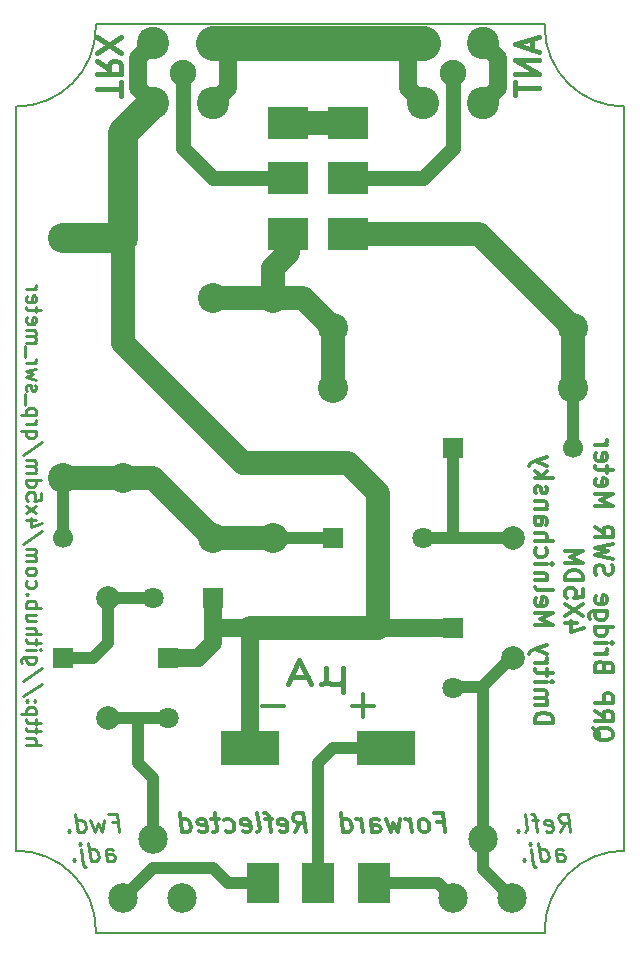
<source format=gbl>
G04 #@! TF.FileFunction,Copper,L2,Bot,Signal*
%FSLAX46Y46*%
G04 Gerber Fmt 4.6, Leading zero omitted, Abs format (unit mm)*
G04 Created by KiCad (PCBNEW 4.0.4-stable) date 09/05/16 00:54:51*
%MOMM*%
%LPD*%
G01*
G04 APERTURE LIST*
%ADD10C,0.100000*%
%ADD11C,0.300000*%
%ADD12C,0.250000*%
%ADD13C,0.150000*%
%ADD14C,0.400000*%
%ADD15R,5.000000X3.000000*%
%ADD16C,2.000000*%
%ADD17C,1.998980*%
%ADD18C,2.499360*%
%ADD19C,2.740000*%
%ADD20C,2.240000*%
%ADD21R,2.800000X3.400000*%
%ADD22R,3.400000X2.800000*%
%ADD23R,1.800000X1.800000*%
%ADD24C,1.800000*%
%ADD25C,1.699260*%
%ADD26R,1.699260X1.699260*%
%ADD27C,2.540000*%
%ADD28C,1.500000*%
%ADD29C,2.500000*%
%ADD30C,3.000000*%
%ADD31C,2.000000*%
%ADD32C,1.000000*%
%ADD33C,0.750000*%
%ADD34C,1.250000*%
G04 APERTURE END LIST*
D10*
D11*
X166828571Y-125236428D02*
X166900000Y-125379285D01*
X167042857Y-125522142D01*
X167257143Y-125736428D01*
X167328571Y-125879285D01*
X167328571Y-126022142D01*
X166971429Y-125950714D02*
X167042857Y-126093571D01*
X167185714Y-126236428D01*
X167471429Y-126307857D01*
X167971429Y-126307857D01*
X168257143Y-126236428D01*
X168400000Y-126093571D01*
X168471429Y-125950714D01*
X168471429Y-125665000D01*
X168400000Y-125522142D01*
X168257143Y-125379285D01*
X167971429Y-125307857D01*
X167471429Y-125307857D01*
X167185714Y-125379285D01*
X167042857Y-125522142D01*
X166971429Y-125665000D01*
X166971429Y-125950714D01*
X166971429Y-123807856D02*
X167685714Y-124307856D01*
X166971429Y-124664999D02*
X168471429Y-124664999D01*
X168471429Y-124093571D01*
X168400000Y-123950713D01*
X168328571Y-123879285D01*
X168185714Y-123807856D01*
X167971429Y-123807856D01*
X167828571Y-123879285D01*
X167757143Y-123950713D01*
X167685714Y-124093571D01*
X167685714Y-124664999D01*
X166971429Y-123164999D02*
X168471429Y-123164999D01*
X168471429Y-122593571D01*
X168400000Y-122450713D01*
X168328571Y-122379285D01*
X168185714Y-122307856D01*
X167971429Y-122307856D01*
X167828571Y-122379285D01*
X167757143Y-122450713D01*
X167685714Y-122593571D01*
X167685714Y-123164999D01*
X167757143Y-120022142D02*
X167685714Y-119807856D01*
X167614286Y-119736428D01*
X167471429Y-119664999D01*
X167257143Y-119664999D01*
X167114286Y-119736428D01*
X167042857Y-119807856D01*
X166971429Y-119950714D01*
X166971429Y-120522142D01*
X168471429Y-120522142D01*
X168471429Y-120022142D01*
X168400000Y-119879285D01*
X168328571Y-119807856D01*
X168185714Y-119736428D01*
X168042857Y-119736428D01*
X167900000Y-119807856D01*
X167828571Y-119879285D01*
X167757143Y-120022142D01*
X167757143Y-120522142D01*
X166971429Y-119022142D02*
X167971429Y-119022142D01*
X167685714Y-119022142D02*
X167828571Y-118950714D01*
X167900000Y-118879285D01*
X167971429Y-118736428D01*
X167971429Y-118593571D01*
X166971429Y-118093571D02*
X167971429Y-118093571D01*
X168471429Y-118093571D02*
X168400000Y-118165000D01*
X168328571Y-118093571D01*
X168400000Y-118022143D01*
X168471429Y-118093571D01*
X168328571Y-118093571D01*
X166971429Y-116736428D02*
X168471429Y-116736428D01*
X167042857Y-116736428D02*
X166971429Y-116879285D01*
X166971429Y-117164999D01*
X167042857Y-117307857D01*
X167114286Y-117379285D01*
X167257143Y-117450714D01*
X167685714Y-117450714D01*
X167828571Y-117379285D01*
X167900000Y-117307857D01*
X167971429Y-117164999D01*
X167971429Y-116879285D01*
X167900000Y-116736428D01*
X167971429Y-115379285D02*
X166757143Y-115379285D01*
X166614286Y-115450714D01*
X166542857Y-115522142D01*
X166471429Y-115664999D01*
X166471429Y-115879285D01*
X166542857Y-116022142D01*
X167042857Y-115379285D02*
X166971429Y-115522142D01*
X166971429Y-115807856D01*
X167042857Y-115950714D01*
X167114286Y-116022142D01*
X167257143Y-116093571D01*
X167685714Y-116093571D01*
X167828571Y-116022142D01*
X167900000Y-115950714D01*
X167971429Y-115807856D01*
X167971429Y-115522142D01*
X167900000Y-115379285D01*
X167042857Y-114093571D02*
X166971429Y-114236428D01*
X166971429Y-114522142D01*
X167042857Y-114664999D01*
X167185714Y-114736428D01*
X167757143Y-114736428D01*
X167900000Y-114664999D01*
X167971429Y-114522142D01*
X167971429Y-114236428D01*
X167900000Y-114093571D01*
X167757143Y-114022142D01*
X167614286Y-114022142D01*
X167471429Y-114736428D01*
X167042857Y-112307857D02*
X166971429Y-112093571D01*
X166971429Y-111736428D01*
X167042857Y-111593571D01*
X167114286Y-111522142D01*
X167257143Y-111450714D01*
X167400000Y-111450714D01*
X167542857Y-111522142D01*
X167614286Y-111593571D01*
X167685714Y-111736428D01*
X167757143Y-112022142D01*
X167828571Y-112165000D01*
X167900000Y-112236428D01*
X168042857Y-112307857D01*
X168185714Y-112307857D01*
X168328571Y-112236428D01*
X168400000Y-112165000D01*
X168471429Y-112022142D01*
X168471429Y-111665000D01*
X168400000Y-111450714D01*
X168471429Y-110950714D02*
X166971429Y-110593571D01*
X168042857Y-110307857D01*
X166971429Y-110022143D01*
X168471429Y-109665000D01*
X166971429Y-108236428D02*
X167685714Y-108736428D01*
X166971429Y-109093571D02*
X168471429Y-109093571D01*
X168471429Y-108522143D01*
X168400000Y-108379285D01*
X168328571Y-108307857D01*
X168185714Y-108236428D01*
X167971429Y-108236428D01*
X167828571Y-108307857D01*
X167757143Y-108379285D01*
X167685714Y-108522143D01*
X167685714Y-109093571D01*
X166971429Y-106450714D02*
X168471429Y-106450714D01*
X167400000Y-105950714D01*
X168471429Y-105450714D01*
X166971429Y-105450714D01*
X167042857Y-104165000D02*
X166971429Y-104307857D01*
X166971429Y-104593571D01*
X167042857Y-104736428D01*
X167185714Y-104807857D01*
X167757143Y-104807857D01*
X167900000Y-104736428D01*
X167971429Y-104593571D01*
X167971429Y-104307857D01*
X167900000Y-104165000D01*
X167757143Y-104093571D01*
X167614286Y-104093571D01*
X167471429Y-104807857D01*
X167971429Y-103665000D02*
X167971429Y-103093571D01*
X168471429Y-103450714D02*
X167185714Y-103450714D01*
X167042857Y-103379286D01*
X166971429Y-103236428D01*
X166971429Y-103093571D01*
X167042857Y-102022143D02*
X166971429Y-102165000D01*
X166971429Y-102450714D01*
X167042857Y-102593571D01*
X167185714Y-102665000D01*
X167757143Y-102665000D01*
X167900000Y-102593571D01*
X167971429Y-102450714D01*
X167971429Y-102165000D01*
X167900000Y-102022143D01*
X167757143Y-101950714D01*
X167614286Y-101950714D01*
X167471429Y-102665000D01*
X166971429Y-101307857D02*
X167971429Y-101307857D01*
X167685714Y-101307857D02*
X167828571Y-101236429D01*
X167900000Y-101165000D01*
X167971429Y-101022143D01*
X167971429Y-100879286D01*
X165421429Y-116414999D02*
X164421429Y-116414999D01*
X165992857Y-116772142D02*
X164921429Y-117129285D01*
X164921429Y-116200713D01*
X165921429Y-115772142D02*
X164421429Y-114772142D01*
X165921429Y-114772142D02*
X164421429Y-115772142D01*
X165921429Y-113486428D02*
X165921429Y-114200714D01*
X165207143Y-114272143D01*
X165278571Y-114200714D01*
X165350000Y-114057857D01*
X165350000Y-113700714D01*
X165278571Y-113557857D01*
X165207143Y-113486428D01*
X165064286Y-113415000D01*
X164707143Y-113415000D01*
X164564286Y-113486428D01*
X164492857Y-113557857D01*
X164421429Y-113700714D01*
X164421429Y-114057857D01*
X164492857Y-114200714D01*
X164564286Y-114272143D01*
X164421429Y-112772143D02*
X165921429Y-112772143D01*
X165921429Y-112415000D01*
X165850000Y-112200715D01*
X165707143Y-112057857D01*
X165564286Y-111986429D01*
X165278571Y-111915000D01*
X165064286Y-111915000D01*
X164778571Y-111986429D01*
X164635714Y-112057857D01*
X164492857Y-112200715D01*
X164421429Y-112415000D01*
X164421429Y-112772143D01*
X164421429Y-111272143D02*
X165921429Y-111272143D01*
X164850000Y-110772143D01*
X165921429Y-110272143D01*
X164421429Y-110272143D01*
X161871429Y-124843571D02*
X163371429Y-124843571D01*
X163371429Y-124486428D01*
X163300000Y-124272143D01*
X163157143Y-124129285D01*
X163014286Y-124057857D01*
X162728571Y-123986428D01*
X162514286Y-123986428D01*
X162228571Y-124057857D01*
X162085714Y-124129285D01*
X161942857Y-124272143D01*
X161871429Y-124486428D01*
X161871429Y-124843571D01*
X161871429Y-123343571D02*
X162871429Y-123343571D01*
X162728571Y-123343571D02*
X162800000Y-123272143D01*
X162871429Y-123129285D01*
X162871429Y-122915000D01*
X162800000Y-122772143D01*
X162657143Y-122700714D01*
X161871429Y-122700714D01*
X162657143Y-122700714D02*
X162800000Y-122629285D01*
X162871429Y-122486428D01*
X162871429Y-122272143D01*
X162800000Y-122129285D01*
X162657143Y-122057857D01*
X161871429Y-122057857D01*
X161871429Y-121343571D02*
X162871429Y-121343571D01*
X163371429Y-121343571D02*
X163300000Y-121415000D01*
X163228571Y-121343571D01*
X163300000Y-121272143D01*
X163371429Y-121343571D01*
X163228571Y-121343571D01*
X162871429Y-120843571D02*
X162871429Y-120272142D01*
X163371429Y-120629285D02*
X162085714Y-120629285D01*
X161942857Y-120557857D01*
X161871429Y-120414999D01*
X161871429Y-120272142D01*
X161871429Y-119772142D02*
X162871429Y-119772142D01*
X162585714Y-119772142D02*
X162728571Y-119700714D01*
X162800000Y-119629285D01*
X162871429Y-119486428D01*
X162871429Y-119343571D01*
X162871429Y-118986428D02*
X161871429Y-118629285D01*
X162871429Y-118272143D02*
X161871429Y-118629285D01*
X161514286Y-118772143D01*
X161442857Y-118843571D01*
X161371429Y-118986428D01*
X161871429Y-116557857D02*
X163371429Y-116557857D01*
X162300000Y-116057857D01*
X163371429Y-115557857D01*
X161871429Y-115557857D01*
X161942857Y-114272143D02*
X161871429Y-114415000D01*
X161871429Y-114700714D01*
X161942857Y-114843571D01*
X162085714Y-114915000D01*
X162657143Y-114915000D01*
X162800000Y-114843571D01*
X162871429Y-114700714D01*
X162871429Y-114415000D01*
X162800000Y-114272143D01*
X162657143Y-114200714D01*
X162514286Y-114200714D01*
X162371429Y-114915000D01*
X161871429Y-113343571D02*
X161942857Y-113486429D01*
X162085714Y-113557857D01*
X163371429Y-113557857D01*
X162871429Y-112772143D02*
X161871429Y-112772143D01*
X162728571Y-112772143D02*
X162800000Y-112700715D01*
X162871429Y-112557857D01*
X162871429Y-112343572D01*
X162800000Y-112200715D01*
X162657143Y-112129286D01*
X161871429Y-112129286D01*
X161871429Y-111415000D02*
X162871429Y-111415000D01*
X163371429Y-111415000D02*
X163300000Y-111486429D01*
X163228571Y-111415000D01*
X163300000Y-111343572D01*
X163371429Y-111415000D01*
X163228571Y-111415000D01*
X161942857Y-110057857D02*
X161871429Y-110200714D01*
X161871429Y-110486428D01*
X161942857Y-110629286D01*
X162014286Y-110700714D01*
X162157143Y-110772143D01*
X162585714Y-110772143D01*
X162728571Y-110700714D01*
X162800000Y-110629286D01*
X162871429Y-110486428D01*
X162871429Y-110200714D01*
X162800000Y-110057857D01*
X161871429Y-109415000D02*
X163371429Y-109415000D01*
X161871429Y-108772143D02*
X162657143Y-108772143D01*
X162800000Y-108843572D01*
X162871429Y-108986429D01*
X162871429Y-109200714D01*
X162800000Y-109343572D01*
X162728571Y-109415000D01*
X161871429Y-107415000D02*
X162657143Y-107415000D01*
X162800000Y-107486429D01*
X162871429Y-107629286D01*
X162871429Y-107915000D01*
X162800000Y-108057857D01*
X161942857Y-107415000D02*
X161871429Y-107557857D01*
X161871429Y-107915000D01*
X161942857Y-108057857D01*
X162085714Y-108129286D01*
X162228571Y-108129286D01*
X162371429Y-108057857D01*
X162442857Y-107915000D01*
X162442857Y-107557857D01*
X162514286Y-107415000D01*
X162871429Y-106700714D02*
X161871429Y-106700714D01*
X162728571Y-106700714D02*
X162800000Y-106629286D01*
X162871429Y-106486428D01*
X162871429Y-106272143D01*
X162800000Y-106129286D01*
X162657143Y-106057857D01*
X161871429Y-106057857D01*
X161942857Y-105415000D02*
X161871429Y-105272143D01*
X161871429Y-104986428D01*
X161942857Y-104843571D01*
X162085714Y-104772143D01*
X162157143Y-104772143D01*
X162300000Y-104843571D01*
X162371429Y-104986428D01*
X162371429Y-105200714D01*
X162442857Y-105343571D01*
X162585714Y-105415000D01*
X162657143Y-105415000D01*
X162800000Y-105343571D01*
X162871429Y-105200714D01*
X162871429Y-104986428D01*
X162800000Y-104843571D01*
X161871429Y-104129285D02*
X163371429Y-104129285D01*
X162442857Y-103986428D02*
X161871429Y-103557857D01*
X162871429Y-103557857D02*
X162300000Y-104129285D01*
X162871429Y-103057856D02*
X161871429Y-102700713D01*
X162871429Y-102343571D02*
X161871429Y-102700713D01*
X161514286Y-102843571D01*
X161442857Y-102914999D01*
X161371429Y-103057856D01*
D12*
X164001963Y-134048571D02*
X164412678Y-133334286D01*
X164859106Y-134048571D02*
X164671606Y-132548571D01*
X164100178Y-132548571D01*
X163966249Y-132620000D01*
X163903750Y-132691429D01*
X163850178Y-132834286D01*
X163876963Y-133048571D01*
X163966250Y-133191429D01*
X164046606Y-133262857D01*
X164198393Y-133334286D01*
X164769821Y-133334286D01*
X162778750Y-133977143D02*
X162930535Y-134048571D01*
X163216249Y-134048571D01*
X163350178Y-133977143D01*
X163403750Y-133834286D01*
X163332321Y-133262857D01*
X163243035Y-133120000D01*
X163091249Y-133048571D01*
X162805535Y-133048571D01*
X162671607Y-133120000D01*
X162618035Y-133262857D01*
X162635892Y-133405714D01*
X163368035Y-133548571D01*
X162162678Y-133048571D02*
X161591249Y-133048571D01*
X162073392Y-134048571D02*
X161912678Y-132762857D01*
X161823393Y-132620000D01*
X161671606Y-132548571D01*
X161528749Y-132548571D01*
X161001963Y-134048571D02*
X161135893Y-133977143D01*
X161189464Y-133834286D01*
X161028749Y-132548571D01*
X160412678Y-133905714D02*
X160350179Y-133977143D01*
X160430535Y-134048571D01*
X160493036Y-133977143D01*
X160412678Y-133905714D01*
X160430535Y-134048571D01*
X163716250Y-136548571D02*
X163618036Y-135762857D01*
X163671608Y-135620000D01*
X163805536Y-135548571D01*
X164091250Y-135548571D01*
X164243036Y-135620000D01*
X163707322Y-136477143D02*
X163859107Y-136548571D01*
X164216250Y-136548571D01*
X164350179Y-136477143D01*
X164403751Y-136334286D01*
X164385894Y-136191429D01*
X164296607Y-136048571D01*
X164144822Y-135977143D01*
X163787679Y-135977143D01*
X163635893Y-135905714D01*
X162359107Y-136548571D02*
X162171607Y-135048571D01*
X162350179Y-136477143D02*
X162501964Y-136548571D01*
X162787678Y-136548571D01*
X162921608Y-136477143D01*
X162984107Y-136405714D01*
X163037679Y-136262857D01*
X162984108Y-135834286D01*
X162894822Y-135691429D01*
X162814465Y-135620000D01*
X162662678Y-135548571D01*
X162376964Y-135548571D01*
X162243036Y-135620000D01*
X161519821Y-135548571D02*
X161680536Y-136834286D01*
X161769822Y-136977143D01*
X161921607Y-137048571D01*
X161993035Y-137048571D01*
X161457321Y-135048571D02*
X161537679Y-135120000D01*
X161475179Y-135191429D01*
X161394822Y-135120000D01*
X161457321Y-135048571D01*
X161475179Y-135191429D01*
X160912678Y-136405714D02*
X160850179Y-136477143D01*
X160930535Y-136548571D01*
X160993036Y-136477143D01*
X160912678Y-136405714D01*
X160930535Y-136548571D01*
X126053750Y-133262857D02*
X126553750Y-133262857D01*
X126651964Y-134048571D02*
X126464464Y-132548571D01*
X125750178Y-132548571D01*
X125384107Y-133048571D02*
X125223393Y-134048571D01*
X124848394Y-133334286D01*
X124651964Y-134048571D01*
X124241250Y-133048571D01*
X123151964Y-134048571D02*
X122964464Y-132548571D01*
X123143036Y-133977143D02*
X123294821Y-134048571D01*
X123580535Y-134048571D01*
X123714465Y-133977143D01*
X123776964Y-133905714D01*
X123830536Y-133762857D01*
X123776965Y-133334286D01*
X123687679Y-133191429D01*
X123607322Y-133120000D01*
X123455535Y-133048571D01*
X123169821Y-133048571D01*
X123035893Y-133120000D01*
X122419821Y-133905714D02*
X122357322Y-133977143D01*
X122437678Y-134048571D01*
X122500179Y-133977143D01*
X122419821Y-133905714D01*
X122437678Y-134048571D01*
X125616250Y-136548571D02*
X125518036Y-135762857D01*
X125571608Y-135620000D01*
X125705536Y-135548571D01*
X125991250Y-135548571D01*
X126143036Y-135620000D01*
X125607322Y-136477143D02*
X125759107Y-136548571D01*
X126116250Y-136548571D01*
X126250179Y-136477143D01*
X126303751Y-136334286D01*
X126285894Y-136191429D01*
X126196607Y-136048571D01*
X126044822Y-135977143D01*
X125687679Y-135977143D01*
X125535893Y-135905714D01*
X124259107Y-136548571D02*
X124071607Y-135048571D01*
X124250179Y-136477143D02*
X124401964Y-136548571D01*
X124687678Y-136548571D01*
X124821608Y-136477143D01*
X124884107Y-136405714D01*
X124937679Y-136262857D01*
X124884108Y-135834286D01*
X124794822Y-135691429D01*
X124714465Y-135620000D01*
X124562678Y-135548571D01*
X124276964Y-135548571D01*
X124143036Y-135620000D01*
X123419821Y-135548571D02*
X123580536Y-136834286D01*
X123669822Y-136977143D01*
X123821607Y-137048571D01*
X123893035Y-137048571D01*
X123357321Y-135048571D02*
X123437679Y-135120000D01*
X123375179Y-135191429D01*
X123294822Y-135120000D01*
X123357321Y-135048571D01*
X123375179Y-135191429D01*
X122812678Y-136405714D02*
X122750179Y-136477143D01*
X122830535Y-136548571D01*
X122893036Y-136477143D01*
X122812678Y-136405714D01*
X122830535Y-136548571D01*
D13*
X124700000Y-65660000D02*
X124700000Y-65910000D01*
X162700000Y-65660000D02*
X124700000Y-65660000D01*
X162700000Y-65910000D02*
X162700000Y-65660000D01*
X162700000Y-142660000D02*
X162700000Y-142410000D01*
X124700000Y-142660000D02*
X162700000Y-142660000D01*
X124700000Y-142410000D02*
X124700000Y-142660000D01*
X117950000Y-72660000D02*
X117950000Y-135660000D01*
X169450000Y-135660000D02*
X169450000Y-72660000D01*
X169450000Y-135660000D02*
G75*
G03X162700000Y-142410000I0J-6750000D01*
G01*
X124700000Y-142410000D02*
G75*
G03X117950000Y-135660000I-6750000J0D01*
G01*
X117950000Y-72660000D02*
G75*
G03X124700000Y-65910000I0J6750000D01*
G01*
X162700000Y-65910000D02*
G75*
G03X169450000Y-72660000I6750000J0D01*
G01*
D11*
X140667619Y-123371429D02*
X138732381Y-123371429D01*
X148287619Y-123371429D02*
X146352381Y-123371429D01*
X147320000Y-124339048D02*
X147320000Y-122403810D01*
X141555239Y-134073810D02*
X141993334Y-133311905D01*
X142469525Y-134073810D02*
X142269525Y-132473810D01*
X141660001Y-132473810D01*
X141517144Y-132550000D01*
X141450477Y-132626190D01*
X141393334Y-132778571D01*
X141421906Y-133007143D01*
X141517143Y-133159524D01*
X141602858Y-133235714D01*
X141764763Y-133311905D01*
X142374287Y-133311905D01*
X140250477Y-133997619D02*
X140412382Y-134073810D01*
X140717144Y-134073810D01*
X140860001Y-133997619D01*
X140917144Y-133845238D01*
X140840953Y-133235714D01*
X140745716Y-133083333D01*
X140583811Y-133007143D01*
X140279049Y-133007143D01*
X140136192Y-133083333D01*
X140079048Y-133235714D01*
X140098096Y-133388095D01*
X140879048Y-133540476D01*
X139593334Y-133007143D02*
X138983810Y-133007143D01*
X139498096Y-134073810D02*
X139326668Y-132702381D01*
X139231429Y-132550000D01*
X139069524Y-132473810D01*
X138917143Y-132473810D01*
X138355238Y-134073810D02*
X138498095Y-133997619D01*
X138555239Y-133845238D01*
X138383810Y-132473810D01*
X137126667Y-133997619D02*
X137288572Y-134073810D01*
X137593334Y-134073810D01*
X137736191Y-133997619D01*
X137793334Y-133845238D01*
X137717143Y-133235714D01*
X137621906Y-133083333D01*
X137460001Y-133007143D01*
X137155239Y-133007143D01*
X137012382Y-133083333D01*
X136955238Y-133235714D01*
X136974286Y-133388095D01*
X137755238Y-133540476D01*
X135679047Y-133997619D02*
X135840952Y-134073810D01*
X136145714Y-134073810D01*
X136288571Y-133997619D01*
X136355239Y-133921429D01*
X136412381Y-133769048D01*
X136355238Y-133311905D01*
X136260000Y-133159524D01*
X136174286Y-133083333D01*
X136012381Y-133007143D01*
X135707619Y-133007143D01*
X135564762Y-133083333D01*
X135098095Y-133007143D02*
X134488571Y-133007143D01*
X134802857Y-132473810D02*
X134974286Y-133845238D01*
X134917142Y-133997619D01*
X134774285Y-134073810D01*
X134621904Y-134073810D01*
X133469523Y-133997619D02*
X133631428Y-134073810D01*
X133936190Y-134073810D01*
X134079047Y-133997619D01*
X134136190Y-133845238D01*
X134059999Y-133235714D01*
X133964762Y-133083333D01*
X133802857Y-133007143D01*
X133498095Y-133007143D01*
X133355238Y-133083333D01*
X133298094Y-133235714D01*
X133317142Y-133388095D01*
X134098094Y-133540476D01*
X132031427Y-134073810D02*
X131831427Y-132473810D01*
X132021903Y-133997619D02*
X132183808Y-134073810D01*
X132488570Y-134073810D01*
X132631427Y-133997619D01*
X132698095Y-133921429D01*
X132755237Y-133769048D01*
X132698094Y-133311905D01*
X132602856Y-133159524D01*
X132517142Y-133083333D01*
X132355237Y-133007143D01*
X132050475Y-133007143D01*
X131907618Y-133083333D01*
X153617142Y-133235714D02*
X154150476Y-133235714D01*
X154255238Y-134073810D02*
X154055238Y-132473810D01*
X153293333Y-132473810D01*
X152655237Y-134073810D02*
X152798094Y-133997619D01*
X152864762Y-133921429D01*
X152921904Y-133769048D01*
X152864761Y-133311905D01*
X152769523Y-133159524D01*
X152683809Y-133083333D01*
X152521904Y-133007143D01*
X152293333Y-133007143D01*
X152150476Y-133083333D01*
X152083808Y-133159524D01*
X152026666Y-133311905D01*
X152083809Y-133769048D01*
X152179047Y-133921429D01*
X152264761Y-133997619D01*
X152426666Y-134073810D01*
X152655237Y-134073810D01*
X151436190Y-134073810D02*
X151302857Y-133007143D01*
X151340952Y-133311905D02*
X151245713Y-133159524D01*
X151160000Y-133083333D01*
X150998095Y-133007143D01*
X150845714Y-133007143D01*
X150464762Y-133007143D02*
X150293333Y-134073810D01*
X149893333Y-133311905D01*
X149683809Y-134073810D01*
X149245714Y-133007143D01*
X148083809Y-134073810D02*
X147979047Y-133235714D01*
X148036191Y-133083333D01*
X148179048Y-133007143D01*
X148483810Y-133007143D01*
X148645715Y-133083333D01*
X148074285Y-133997619D02*
X148236190Y-134073810D01*
X148617143Y-134073810D01*
X148760000Y-133997619D01*
X148817143Y-133845238D01*
X148798095Y-133692857D01*
X148702857Y-133540476D01*
X148540953Y-133464286D01*
X148160000Y-133464286D01*
X147998095Y-133388095D01*
X147321905Y-134073810D02*
X147188572Y-133007143D01*
X147226667Y-133311905D02*
X147131428Y-133159524D01*
X147045715Y-133083333D01*
X146883810Y-133007143D01*
X146731429Y-133007143D01*
X145645714Y-134073810D02*
X145445714Y-132473810D01*
X145636190Y-133997619D02*
X145798095Y-134073810D01*
X146102857Y-134073810D01*
X146245714Y-133997619D01*
X146312382Y-133921429D01*
X146369524Y-133769048D01*
X146312381Y-133311905D01*
X146217143Y-133159524D01*
X146131429Y-133083333D01*
X145969524Y-133007143D01*
X145664762Y-133007143D01*
X145521905Y-133083333D01*
D14*
X145652857Y-120221429D02*
X145652857Y-122221429D01*
X144224286Y-121269048D02*
X144081429Y-121459524D01*
X143795714Y-121554762D01*
X145652857Y-121269048D02*
X145510000Y-121459524D01*
X145224286Y-121554762D01*
X144652857Y-121554762D01*
X144367143Y-121459524D01*
X144224286Y-121269048D01*
X144224286Y-120221429D01*
X142652857Y-120983333D02*
X141224286Y-120983333D01*
X142938572Y-121554762D02*
X141938572Y-119554762D01*
X140938572Y-121554762D01*
X126825238Y-71738810D02*
X126825238Y-70595953D01*
X124825238Y-71167381D02*
X126825238Y-71167381D01*
X124825238Y-68786428D02*
X125777619Y-69453095D01*
X124825238Y-69929286D02*
X126825238Y-69929286D01*
X126825238Y-69167381D01*
X126730000Y-68976905D01*
X126634762Y-68881666D01*
X126444286Y-68786428D01*
X126158571Y-68786428D01*
X125968095Y-68881666D01*
X125872857Y-68976905D01*
X125777619Y-69167381D01*
X125777619Y-69929286D01*
X126825238Y-68119762D02*
X124825238Y-66786428D01*
X126825238Y-66786428D02*
X124825238Y-68119762D01*
X161623333Y-66929285D02*
X161623333Y-67881666D01*
X162194762Y-66738809D02*
X160194762Y-67405476D01*
X162194762Y-68072143D01*
X162194762Y-68738809D02*
X160194762Y-68738809D01*
X162194762Y-69881667D01*
X160194762Y-69881667D01*
X160194762Y-70548333D02*
X160194762Y-71691190D01*
X162194762Y-71119762D02*
X160194762Y-71119762D01*
D12*
X118814524Y-126690001D02*
X120064524Y-126690001D01*
X118814524Y-126154287D02*
X119469286Y-126154287D01*
X119588333Y-126213810D01*
X119647857Y-126332858D01*
X119647857Y-126511430D01*
X119588333Y-126630477D01*
X119528810Y-126690001D01*
X119647857Y-125737620D02*
X119647857Y-125261430D01*
X120064524Y-125559049D02*
X118993095Y-125559049D01*
X118874048Y-125499525D01*
X118814524Y-125380478D01*
X118814524Y-125261430D01*
X119647857Y-125023334D02*
X119647857Y-124547144D01*
X120064524Y-124844763D02*
X118993095Y-124844763D01*
X118874048Y-124785239D01*
X118814524Y-124666192D01*
X118814524Y-124547144D01*
X119647857Y-124130477D02*
X118397857Y-124130477D01*
X119588333Y-124130477D02*
X119647857Y-124011429D01*
X119647857Y-123773334D01*
X119588333Y-123654286D01*
X119528810Y-123594763D01*
X119409762Y-123535239D01*
X119052619Y-123535239D01*
X118933571Y-123594763D01*
X118874048Y-123654286D01*
X118814524Y-123773334D01*
X118814524Y-124011429D01*
X118874048Y-124130477D01*
X118933571Y-122999525D02*
X118874048Y-122940001D01*
X118814524Y-122999525D01*
X118874048Y-123059049D01*
X118933571Y-122999525D01*
X118814524Y-122999525D01*
X119588333Y-122999525D02*
X119528810Y-122940001D01*
X119469286Y-122999525D01*
X119528810Y-123059049D01*
X119588333Y-122999525D01*
X119469286Y-122999525D01*
X120124048Y-121511430D02*
X118516905Y-122582858D01*
X120124048Y-120201906D02*
X118516905Y-121273334D01*
X119647857Y-119249525D02*
X118635952Y-119249525D01*
X118516905Y-119309048D01*
X118457381Y-119368572D01*
X118397857Y-119487620D01*
X118397857Y-119666191D01*
X118457381Y-119785239D01*
X118874048Y-119249525D02*
X118814524Y-119368572D01*
X118814524Y-119606668D01*
X118874048Y-119725715D01*
X118933571Y-119785239D01*
X119052619Y-119844763D01*
X119409762Y-119844763D01*
X119528810Y-119785239D01*
X119588333Y-119725715D01*
X119647857Y-119606668D01*
X119647857Y-119368572D01*
X119588333Y-119249525D01*
X118814524Y-118654287D02*
X119647857Y-118654287D01*
X120064524Y-118654287D02*
X120005000Y-118713811D01*
X119945476Y-118654287D01*
X120005000Y-118594763D01*
X120064524Y-118654287D01*
X119945476Y-118654287D01*
X119647857Y-118237620D02*
X119647857Y-117761430D01*
X120064524Y-118059049D02*
X118993095Y-118059049D01*
X118874048Y-117999525D01*
X118814524Y-117880478D01*
X118814524Y-117761430D01*
X118814524Y-117344763D02*
X120064524Y-117344763D01*
X118814524Y-116809049D02*
X119469286Y-116809049D01*
X119588333Y-116868572D01*
X119647857Y-116987620D01*
X119647857Y-117166192D01*
X119588333Y-117285239D01*
X119528810Y-117344763D01*
X119647857Y-115678097D02*
X118814524Y-115678097D01*
X119647857Y-116213811D02*
X118993095Y-116213811D01*
X118874048Y-116154287D01*
X118814524Y-116035240D01*
X118814524Y-115856668D01*
X118874048Y-115737620D01*
X118933571Y-115678097D01*
X118814524Y-115082859D02*
X120064524Y-115082859D01*
X119588333Y-115082859D02*
X119647857Y-114963811D01*
X119647857Y-114725716D01*
X119588333Y-114606668D01*
X119528810Y-114547145D01*
X119409762Y-114487621D01*
X119052619Y-114487621D01*
X118933571Y-114547145D01*
X118874048Y-114606668D01*
X118814524Y-114725716D01*
X118814524Y-114963811D01*
X118874048Y-115082859D01*
X118933571Y-113951907D02*
X118874048Y-113892383D01*
X118814524Y-113951907D01*
X118874048Y-114011431D01*
X118933571Y-113951907D01*
X118814524Y-113951907D01*
X118874048Y-112820955D02*
X118814524Y-112940002D01*
X118814524Y-113178098D01*
X118874048Y-113297145D01*
X118933571Y-113356669D01*
X119052619Y-113416193D01*
X119409762Y-113416193D01*
X119528810Y-113356669D01*
X119588333Y-113297145D01*
X119647857Y-113178098D01*
X119647857Y-112940002D01*
X119588333Y-112820955D01*
X118814524Y-112106669D02*
X118874048Y-112225716D01*
X118933571Y-112285240D01*
X119052619Y-112344764D01*
X119409762Y-112344764D01*
X119528810Y-112285240D01*
X119588333Y-112225716D01*
X119647857Y-112106669D01*
X119647857Y-111928097D01*
X119588333Y-111809049D01*
X119528810Y-111749526D01*
X119409762Y-111690002D01*
X119052619Y-111690002D01*
X118933571Y-111749526D01*
X118874048Y-111809049D01*
X118814524Y-111928097D01*
X118814524Y-112106669D01*
X118814524Y-111154288D02*
X119647857Y-111154288D01*
X119528810Y-111154288D02*
X119588333Y-111094764D01*
X119647857Y-110975717D01*
X119647857Y-110797145D01*
X119588333Y-110678097D01*
X119469286Y-110618574D01*
X118814524Y-110618574D01*
X119469286Y-110618574D02*
X119588333Y-110559050D01*
X119647857Y-110440002D01*
X119647857Y-110261431D01*
X119588333Y-110142383D01*
X119469286Y-110082859D01*
X118814524Y-110082859D01*
X120124048Y-108594764D02*
X118516905Y-109666192D01*
X119647857Y-107642383D02*
X118814524Y-107642383D01*
X120124048Y-107940002D02*
X119231190Y-108237621D01*
X119231190Y-107463811D01*
X118814524Y-107106669D02*
X119647857Y-106451907D01*
X119647857Y-107106669D02*
X118814524Y-106451907D01*
X120064524Y-105380478D02*
X120064524Y-105975716D01*
X119469286Y-106035240D01*
X119528810Y-105975716D01*
X119588333Y-105856668D01*
X119588333Y-105559049D01*
X119528810Y-105440002D01*
X119469286Y-105380478D01*
X119350238Y-105320954D01*
X119052619Y-105320954D01*
X118933571Y-105380478D01*
X118874048Y-105440002D01*
X118814524Y-105559049D01*
X118814524Y-105856668D01*
X118874048Y-105975716D01*
X118933571Y-106035240D01*
X118814524Y-104249526D02*
X120064524Y-104249526D01*
X118874048Y-104249526D02*
X118814524Y-104368573D01*
X118814524Y-104606669D01*
X118874048Y-104725716D01*
X118933571Y-104785240D01*
X119052619Y-104844764D01*
X119409762Y-104844764D01*
X119528810Y-104785240D01*
X119588333Y-104725716D01*
X119647857Y-104606669D01*
X119647857Y-104368573D01*
X119588333Y-104249526D01*
X118814524Y-103654288D02*
X119647857Y-103654288D01*
X119528810Y-103654288D02*
X119588333Y-103594764D01*
X119647857Y-103475717D01*
X119647857Y-103297145D01*
X119588333Y-103178097D01*
X119469286Y-103118574D01*
X118814524Y-103118574D01*
X119469286Y-103118574D02*
X119588333Y-103059050D01*
X119647857Y-102940002D01*
X119647857Y-102761431D01*
X119588333Y-102642383D01*
X119469286Y-102582859D01*
X118814524Y-102582859D01*
X120124048Y-101094764D02*
X118516905Y-102166192D01*
X119647857Y-100142383D02*
X118397857Y-100142383D01*
X118874048Y-100142383D02*
X118814524Y-100261430D01*
X118814524Y-100499526D01*
X118874048Y-100618573D01*
X118933571Y-100678097D01*
X119052619Y-100737621D01*
X119409762Y-100737621D01*
X119528810Y-100678097D01*
X119588333Y-100618573D01*
X119647857Y-100499526D01*
X119647857Y-100261430D01*
X119588333Y-100142383D01*
X118814524Y-99547145D02*
X119647857Y-99547145D01*
X119409762Y-99547145D02*
X119528810Y-99487621D01*
X119588333Y-99428097D01*
X119647857Y-99309050D01*
X119647857Y-99190002D01*
X119647857Y-98773335D02*
X118397857Y-98773335D01*
X119588333Y-98773335D02*
X119647857Y-98654287D01*
X119647857Y-98416192D01*
X119588333Y-98297144D01*
X119528810Y-98237621D01*
X119409762Y-98178097D01*
X119052619Y-98178097D01*
X118933571Y-98237621D01*
X118874048Y-98297144D01*
X118814524Y-98416192D01*
X118814524Y-98654287D01*
X118874048Y-98773335D01*
X118695476Y-97940002D02*
X118695476Y-96987621D01*
X118874048Y-96749526D02*
X118814524Y-96630478D01*
X118814524Y-96392383D01*
X118874048Y-96273335D01*
X118993095Y-96213811D01*
X119052619Y-96213811D01*
X119171667Y-96273335D01*
X119231190Y-96392383D01*
X119231190Y-96570954D01*
X119290714Y-96690002D01*
X119409762Y-96749526D01*
X119469286Y-96749526D01*
X119588333Y-96690002D01*
X119647857Y-96570954D01*
X119647857Y-96392383D01*
X119588333Y-96273335D01*
X119647857Y-95797145D02*
X118814524Y-95559049D01*
X119409762Y-95320954D01*
X118814524Y-95082859D01*
X119647857Y-94844764D01*
X118814524Y-94368573D02*
X119647857Y-94368573D01*
X119409762Y-94368573D02*
X119528810Y-94309049D01*
X119588333Y-94249525D01*
X119647857Y-94130478D01*
X119647857Y-94011430D01*
X118695476Y-93892382D02*
X118695476Y-92940001D01*
X118814524Y-92642382D02*
X119647857Y-92642382D01*
X119528810Y-92642382D02*
X119588333Y-92582858D01*
X119647857Y-92463811D01*
X119647857Y-92285239D01*
X119588333Y-92166191D01*
X119469286Y-92106668D01*
X118814524Y-92106668D01*
X119469286Y-92106668D02*
X119588333Y-92047144D01*
X119647857Y-91928096D01*
X119647857Y-91749525D01*
X119588333Y-91630477D01*
X119469286Y-91570953D01*
X118814524Y-91570953D01*
X118874048Y-90499524D02*
X118814524Y-90618572D01*
X118814524Y-90856667D01*
X118874048Y-90975715D01*
X118993095Y-91035239D01*
X119469286Y-91035239D01*
X119588333Y-90975715D01*
X119647857Y-90856667D01*
X119647857Y-90618572D01*
X119588333Y-90499524D01*
X119469286Y-90440001D01*
X119350238Y-90440001D01*
X119231190Y-91035239D01*
X119647857Y-90082857D02*
X119647857Y-89606667D01*
X120064524Y-89904286D02*
X118993095Y-89904286D01*
X118874048Y-89844762D01*
X118814524Y-89725715D01*
X118814524Y-89606667D01*
X118874048Y-88713809D02*
X118814524Y-88832857D01*
X118814524Y-89070952D01*
X118874048Y-89190000D01*
X118993095Y-89249524D01*
X119469286Y-89249524D01*
X119588333Y-89190000D01*
X119647857Y-89070952D01*
X119647857Y-88832857D01*
X119588333Y-88713809D01*
X119469286Y-88654286D01*
X119350238Y-88654286D01*
X119231190Y-89249524D01*
X118814524Y-88118571D02*
X119647857Y-88118571D01*
X119409762Y-88118571D02*
X119528810Y-88059047D01*
X119588333Y-87999523D01*
X119647857Y-87880476D01*
X119647857Y-87761428D01*
D15*
X137760000Y-127000000D03*
X149260000Y-127000000D03*
D16*
X125730000Y-114300000D03*
X125730000Y-124460000D03*
D17*
X160020000Y-109220000D03*
X160020000Y-119380000D03*
D18*
X157439360Y-134660640D03*
X159938720Y-139700000D03*
X154940000Y-139700000D03*
X129499360Y-134660640D03*
X131998720Y-139700000D03*
X127000000Y-139700000D03*
D19*
X129540000Y-67310000D03*
X129540000Y-72390000D03*
X134620000Y-72390000D03*
X134620000Y-67310000D03*
D20*
X132080000Y-69850000D03*
D19*
X152400000Y-67310000D03*
X152400000Y-72390000D03*
X157480000Y-72390000D03*
X157480000Y-67310000D03*
D20*
X154940000Y-69850000D03*
D21*
X148210000Y-138430000D03*
X143510000Y-138430000D03*
X138810000Y-138430000D03*
D22*
X140970000Y-74040000D03*
X140970000Y-78740000D03*
X140970000Y-83440000D03*
X146050000Y-74040000D03*
X146050000Y-78740000D03*
X146050000Y-83440000D03*
D23*
X134620000Y-114300000D03*
D24*
X129540000Y-114300000D03*
D23*
X130810000Y-119380000D03*
D24*
X130810000Y-124460000D03*
D23*
X144780000Y-109220000D03*
D24*
X152400000Y-109220000D03*
D23*
X154940000Y-116840000D03*
D24*
X154940000Y-121920000D03*
D25*
X121917460Y-109219480D03*
D26*
X121917460Y-119379480D03*
D25*
X165100520Y-101597460D03*
D26*
X154940520Y-101597460D03*
D27*
X134620000Y-88900000D03*
X134620000Y-109220000D03*
X127000000Y-104140000D03*
X127000000Y-83820000D03*
X139700000Y-88900000D03*
X139700000Y-109220000D03*
X121920000Y-104140000D03*
X121920000Y-83820000D03*
X165100000Y-96520000D03*
X144780000Y-96520000D03*
X165100000Y-91440000D03*
X144780000Y-91440000D03*
D28*
X158750000Y-71120000D02*
X157480000Y-72390000D01*
X158750000Y-68580000D02*
X158750000Y-71120000D01*
X157480000Y-67310000D02*
X158750000Y-68580000D01*
X151130000Y-68580000D02*
X152400000Y-67310000D01*
X151130000Y-71120000D02*
X151130000Y-68580000D01*
X152400000Y-72390000D02*
X151130000Y-71120000D01*
X128270000Y-68580000D02*
X129540000Y-67310000D01*
X128270000Y-71120000D02*
X128270000Y-68580000D01*
X129540000Y-72390000D02*
X128270000Y-71120000D01*
X135890000Y-68580000D02*
X134620000Y-67310000D01*
X135890000Y-71120000D02*
X135890000Y-68580000D01*
X134620000Y-72390000D02*
X135890000Y-71120000D01*
D29*
X127000000Y-74930000D02*
X129540000Y-72390000D01*
X127000000Y-83820000D02*
X127000000Y-74930000D01*
D30*
X134620000Y-67310000D02*
X152400000Y-67310000D01*
D28*
X130810000Y-119380000D02*
X133350000Y-119380000D01*
X134620000Y-118110000D02*
X134620000Y-116840000D01*
X133350000Y-119380000D02*
X134620000Y-118110000D01*
X134620000Y-116840000D02*
X137760000Y-116840000D01*
X134620000Y-114300000D02*
X134620000Y-116840000D01*
X148590000Y-116840000D02*
X154940000Y-116840000D01*
D31*
X127000000Y-83820000D02*
X127000000Y-92710000D01*
X148590000Y-116840000D02*
X137760000Y-116840000D01*
X137160000Y-102870000D02*
X146050000Y-102870000D01*
X146050000Y-102870000D02*
X148590000Y-105410000D01*
X148590000Y-105410000D02*
X148590000Y-109220000D01*
X148590000Y-109220000D02*
X148590000Y-116840000D01*
D28*
X137760000Y-116840000D02*
X137760000Y-127000000D01*
D31*
X127000000Y-92710000D02*
X137160000Y-102870000D01*
D29*
X121920000Y-83820000D02*
X127000000Y-83820000D01*
D32*
X125730000Y-114300000D02*
X129540000Y-114300000D01*
X121917460Y-119379480D02*
X124459480Y-119379480D01*
X125730000Y-118108960D02*
X125730000Y-114300000D01*
X124459480Y-119379480D02*
X125730000Y-118108960D01*
X130810000Y-124460000D02*
X128270000Y-124460000D01*
X129499360Y-134660640D02*
X129499360Y-129499360D01*
X128270000Y-128270000D02*
X128270000Y-124460000D01*
X129499360Y-129499360D02*
X128270000Y-128270000D01*
X125730000Y-124460000D02*
X128270000Y-124460000D01*
X130730000Y-124460000D02*
X130810000Y-124380000D01*
X144780000Y-109220000D02*
X139700000Y-109220000D01*
D31*
X139700000Y-109220000D02*
X134620000Y-109220000D01*
X134620000Y-109220000D02*
X129540000Y-104140000D01*
X129540000Y-104140000D02*
X127000000Y-104140000D01*
D32*
X121917460Y-109219480D02*
X121917460Y-104142540D01*
D33*
X121917460Y-104142540D02*
X121920000Y-104140000D01*
D31*
X121920000Y-104140000D02*
X127000000Y-104140000D01*
D32*
X157439360Y-134660640D02*
X157439360Y-121879360D01*
D33*
X157439360Y-121879360D02*
X157400000Y-121840000D01*
D32*
X154940000Y-121840000D02*
X157400000Y-121840000D01*
X157400000Y-121840000D02*
X159860000Y-119380000D01*
D33*
X159860000Y-119380000D02*
X160020000Y-119380000D01*
X157480000Y-134620000D02*
X157439360Y-134660640D01*
D32*
X157439360Y-134660640D02*
X157439360Y-137200640D01*
X157439360Y-137200640D02*
X159938720Y-139700000D01*
D34*
X132080000Y-76200000D02*
X132080000Y-69850000D01*
X134620000Y-78740000D02*
X132080000Y-76200000D01*
X140970000Y-78740000D02*
X134620000Y-78740000D01*
X154940000Y-76200000D02*
X154940000Y-69850000D01*
X152400000Y-78740000D02*
X154940000Y-76200000D01*
X146050000Y-78740000D02*
X152400000Y-78740000D01*
D31*
X140970000Y-74040000D02*
X146050000Y-74040000D01*
D32*
X144780000Y-127000000D02*
X149260000Y-127000000D01*
X143510000Y-128270000D02*
X144780000Y-127000000D01*
X143510000Y-138430000D02*
X143510000Y-128270000D01*
D31*
X140970000Y-85090000D02*
X140970000Y-83440000D01*
X139700000Y-86360000D02*
X140970000Y-85090000D01*
X139700000Y-88900000D02*
X139700000Y-86360000D01*
X139700000Y-88900000D02*
X142240000Y-88900000D01*
X142240000Y-88900000D02*
X144780000Y-91440000D01*
X144780000Y-96520000D02*
X144780000Y-91440000D01*
X134620000Y-88900000D02*
X139700000Y-88900000D01*
D32*
X154940520Y-101597460D02*
X154940520Y-109220000D01*
X152530000Y-109220000D02*
X154940520Y-109220000D01*
X154940520Y-109220000D02*
X160020000Y-109220000D01*
D31*
X157100000Y-83440000D02*
X165100000Y-91440000D01*
X146050000Y-83440000D02*
X157100000Y-83440000D01*
X165100000Y-96520000D02*
X165100000Y-91440000D01*
D33*
X165100520Y-96520520D02*
X165100000Y-96520000D01*
D32*
X165100520Y-101597460D02*
X165100520Y-96520520D01*
X148210000Y-138430000D02*
X153670000Y-138430000D01*
X153670000Y-138430000D02*
X154940000Y-139700000D01*
X127000000Y-139700000D02*
X129540000Y-137160000D01*
X135890000Y-138430000D02*
X138810000Y-138430000D01*
X134620000Y-137160000D02*
X135890000Y-138430000D01*
X129540000Y-137160000D02*
X134620000Y-137160000D01*
M02*

</source>
